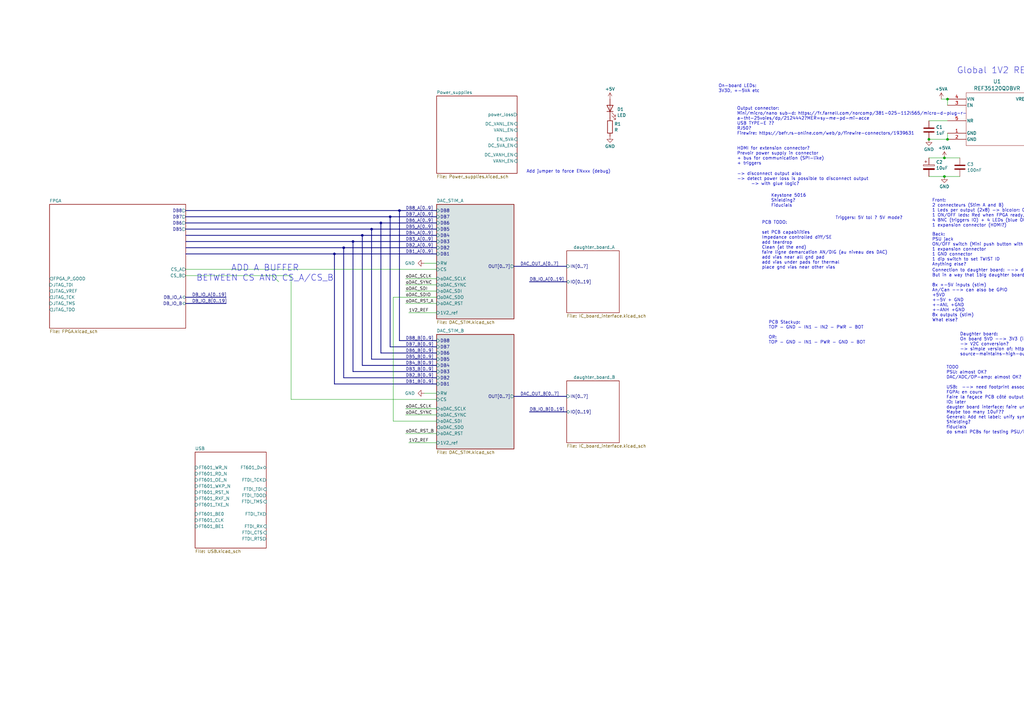
<source format=kicad_sch>
(kicad_sch (version 20250114) (generator "eeschema") (generator_version "9.0")
  (paper "A3")
  (lib_symbols
    (symbol "Device:C" (pin_numbers (hide yes)) (pin_names (offset 0.254))
      (property "Reference" "C" (at 0.635 2.54 0))
      (property "Value" "C" (at 0.635 -2.54 0))
      (symbol "C_0_1"
        (polyline (pts (xy -2.032 0.762) (xy 2.032 0.762)) (stroke (width 0.508)))
        (polyline (pts (xy -2.032 -0.762) (xy 2.032 -0.762)) (stroke (width 0.508)))
      )
      (symbol "C_1_1"
        (pin passive line (at 0 3.81 270) (length 2.794) (name "~") (number "1"))
        (pin passive line (at 0 -3.81 90) (length 2.794) (name "~") (number "2"))
      )
    )
    (symbol "Device:C_Polarized" (pin_numbers (hide yes)) (pin_names (offset 0.254))
      (property "Reference" "C" (at 0.635 2.54 0))
      (property "Value" "C_Polarized" (at 0.635 -2.54 0))
      (symbol "C_Polarized_0_1"
        (rectangle (start -2.286 0.508) (end 2.286 1.016))
        (polyline (pts (xy -1.778 2.286) (xy -0.762 2.286)))
        (polyline (pts (xy -1.27 2.794) (xy -1.27 1.778)))
        (rectangle (start 2.286 -0.508) (end -2.286 -1.016) (fill (type outline)))
      )
      (symbol "C_Polarized_1_1"
        (pin passive line (at 0 3.81 270) (length 2.794) (name "~") (number "1"))
        (pin passive line (at 0 -3.81 90) (length 2.794) (name "~") (number "2"))
      )
    )
    (symbol "Device:LED" (pin_numbers (hide yes)) (pin_names (offset 1.016) (hide yes))
      (property "Reference" "D" (at 0 2.54 0))
      (property "Value" "LED" (at 0 -2.54 0))
      (symbol "LED_0_1"
        (polyline (pts (xy -3.048 -0.762) (xy -4.572 -2.286) (xy -3.81 -2.286) (xy -4.572 -2.286) (xy -4.572 -1.524)))
        (polyline (pts (xy -1.778 -0.762) (xy -3.302 -2.286) (xy -2.54 -2.286) (xy -3.302 -2.286) (xy -3.302 -1.524)))
        (polyline (pts (xy -1.27 0) (xy 1.27 0)))
        (polyline (pts (xy -1.27 -1.27) (xy -1.27 1.27)) (stroke (width 0.254)))
        (polyline (pts (xy 1.27 -1.27) (xy 1.27 1.27) (xy -1.27 0) (xy 1.27 -1.27)) (stroke (width 0.254)))
      )
      (symbol "LED_1_1"
        (pin passive line (at -3.81 0 0) (length 2.54) (name "K") (number "1"))
        (pin passive line (at 3.81 0 180) (length 2.54) (name "A") (number "2"))
      )
    )
    (symbol "Device:R" (pin_numbers (hide yes)) (pin_names (offset 0))
      (property "Reference" "R" (at 2.032 0 90))
      (property "Value" "R" (at 0 0 90))
      (symbol "R_0_1"
        (rectangle (start -1.016 -2.54) (end 1.016 2.54) (stroke (width 0.254)))
      )
      (symbol "R_1_1"
        (pin passive line (at 0 3.81 270) (length 1.27) (name "~") (number "1"))
        (pin passive line (at 0 -3.81 90) (length 1.27) (name "~") (number "2"))
      )
    )
    (symbol "GND_1" (power) (pin_numbers (hide yes)) (pin_names (offset 0) (hide yes))
      (property "Value" "GND" (at 0 -3.81 0))
      (symbol "GND_1_0_1"
        (polyline (pts (xy 0 0) (xy 0 -1.27) (xy 1.27 -1.27) (xy 0 -2.54) (xy -1.27 -1.27) (xy 0 -1.27)))
      )
      (symbol "GND_1_1_1"
        (pin power_in line (at 0 0 270) (length 0) (name "~") (number "1"))
      )
    )
    (symbol "REF35125QDBVR:REF35300QDBVRQ1" (pin_names (offset 0.254))
      (property "Reference" "U20" (at 20.32 9.7737 0))
      (property "Value" "REF35300QDBVRQ1" (at 20.32 6.9409 0))
      (symbol "REF35300QDBVRQ1_0_1"
        (polyline (pts (xy 7.62 5.08) (xy 7.62 -16.51)) (stroke (width 0.127)))
        (polyline (pts (xy 7.62 -16.51) (xy 33.02 -16.51)) (stroke (width 0.127)))
        (polyline (pts (xy 33.02 5.08) (xy 7.62 5.08)) (stroke (width 0.127)))
        (polyline (pts (xy 33.02 -16.51) (xy 33.02 5.08)) (stroke (width 0.127)))
        (pin power_in line (at 0 2.54 0) (length 7.62) (name "VIN") (number "4"))
        (pin input line (at 0 0 0) (length 7.62) (name "EN") (number "3"))
        (pin output line (at 0 -6.35 0) (length 7.62) (name "NR") (number "5"))
        (pin power_out line (at 0 -11.43 0) (length 7.62) (name "GND") (number "1"))
        (pin power_out line (at 0 -13.97 0) (length 7.62) (name "GND") (number "2"))
        (pin output line (at 40.64 2.54 180) (length 7.62) (name "VREF") (number "6"))
      )
    )
    (symbol "power:+5VA" (power) (pin_names (offset 0))
      (property "Value" "+5VA" (at 0 3.556 0))
      (symbol "+5VA_0_1"
        (polyline (pts (xy -0.762 1.27) (xy 0 2.54)))
        (polyline (pts (xy 0 2.54) (xy 0.762 1.27)))
        (polyline (pts (xy 0 0) (xy 0 2.54)))
      )
      (symbol "+5VA_1_1"
        (pin power_in line (at 0 0 90) (length 0) (hide yes) (name "+5VA") (number "1"))
      )
    )
    (symbol "power:+5V_STARTUP" (power) (pin_names (offset 0))
      (property "Value" "+5V_STARTUP" (at 0 3.556 0))
      (symbol "+5V_STARTUP_0_1"
        (polyline (pts (xy -0.762 1.27) (xy 0 2.54)))
        (polyline (pts (xy 0 2.54) (xy 0.762 1.27)))
        (polyline (pts (xy 0 0) (xy 0 2.54)))
      )
      (symbol "+5V_STARTUP_1_1"
        (pin power_in line (at 0 0 90) (length 0) (hide yes) (name "+5V") (number "1"))
      )
    )
    (symbol "power:GND" (power) (pin_names (offset 0))
      (property "Value" "GND" (at 0 -3.81 0))
      (symbol "GND_0_1"
        (polyline (pts (xy 0 0) (xy 0 -1.27) (xy 1.27 -1.27) (xy 0 -2.54) (xy -1.27 -1.27) (xy 0 -1.27)))
      )
      (symbol "GND_1_1"
        (pin power_in line (at 0 0 270) (length 0) (hide yes) (name "GND") (number "1"))
      )
    )
  )
  (text "-> disconnect output also\n-> detect power loss is possible to disconnect output \n	 -> with glue logic? " (at 302.26 76.2 0) (effects (font (size 1.27 1.27)) (justify left bottom)))
  (text "Front: \n2 connecteurs (Stim A and B)\n1 Leds per output (2x8) -> bicolor: OFF/ON/COMBINED (515-1023-803)\n1 ON/OFF leds: Red when FPGA ready, blue when connected to pC or I2C RGB? :))\n4 BNC (triggers IO) + 4 LEDs (blue OUT, green IN)\n1 expansion connector (HDMI?)" (at 382.27 93.218 0) (effects (font (size 1.27 1.27)) (justify left bottom)))
  (text "Connection to daughter board: --> divided in two Connector, one digital, one analogue\nBut in a way that 1big daughter board can be connecter to 2 small ones?\n\n8x +-5V inputs (stim)\nAn/Can --> can also be GPIO\n+5VD\n+-5V + GND\n+-ANL +GND\n+-ANH +GND\n8x outputs (stim)\nWhat else?" (at 382.27 132.08 0) (effects (font (size 1.27 1.27)) (justify left bottom)))
  (text "On-board LEDs: \n3V3D, +-5VA etc" (at 294.64 38.1 0) (effects (font (size 1.27 1.27)) (justify left bottom)))
  (text "Global 1V2 REFERENCE" (at 392.43 30.48 0) (effects (font (size 2.56 2.56)) (justify left bottom)))
  (text "PCB TODO:\n\nset PCB capabilities\nImpedance controlled diff/SE\nadd teardrop\nClean (at the end)\nfaire ligne demarcation AN/DIG (au niveau des DAC)\nadd vias near all gnd pad\nadd vias under pads for thermal \nplace gnd vias near other vias" (at 312.42 110.49 0) (effects (font (size 1.27 1.27)) (justify left bottom)))
  (text "Add jumper to force ENxxx (debug)" (at 215.9 71.12 0) (effects (font (size 1.27 1.27)) (justify left bottom)))
  (text "Triggers: 5V tol ? 5V mode?" (at 342.646 90.17 0) (effects (font (size 1.27 1.27)) (justify left bottom)))
  (text "Output connector:\nMini/micro/nano sub-d: https://fr.farnell.com/norcomp/381-025-112l565/micro-d-plug-r-\na-tht-25voies/dp/2124442?MER=sy-me-pd-mi-acce\nUSB TYPE-E ??\nRJ50? \nFirewire: https://befr.rs-online.com/web/p/firewire-connectors/1939631\n\n\nHDMI for extension connector?\nPrevoir power supply in connector\n+ bus for communication (SPI-like)\n+ triggers \n\n" (at 302.26 69.85 0) (effects (font (size 1.27 1.27)) (justify left bottom)))
  (text "Keystone 5016\nShielding?\nFiducials" (at 316.23 85.09 0) (effects (font (size 1.27 1.27)) (justify left bottom)))
  (text "ADD A BUFFER\n BETWEEN CS AND CS_A/CS_B " (at 108.712 112.014 0) (effects (font (size 2.54 2.54))))
  (text "PCB Stackup:\nTOP - GND - IN1 - IN2 - PWR - BOT\n\nOR:\nTOP - GND - IN1 - PWR - GND - BOT" (at 315.214 141.224 0) (effects (font (size 1.27 1.27)) (justify left bottom)))
  (text "f-3db is about 3.3/2piRC\nsettling is about 14RC\nThe art of Elec p. 683 fig 9.95\nf-3db = 11Hz - settling = 0.67s" (at 422.91 71.12 0) (effects (font (size 1.27 1.27)) (justify left bottom)))
  (text "TODO\nPSU: almost OK? \nDAC/ADC/OP-amp: almost OK? --> NO, let's try with serial DACs & add shields!\n							--> ADD A BUFFER BETWEEN CS AND CS_A/CS_B (or any thing else for serial)\nUSB:  --> need footprint association\nFGPA: en cours\nFaire la façace PCB côté output\nIO: later\ndaugter board interface: faire une v1 pour tester\nMaybe too many 10uF??\nGeneral: Add net label; unify symboles; add footprints; add step files\nShielding?\nfiducials\ndo small PCBs for testing PSU/FGPA & USB/single DAC " (at 388.112 178.054 0) (effects (font (size 1.27 1.27)) (justify left bottom)))
  (text "Daughter board: \nOn board 5VD --> 3V3 (internal logic??)\n-> V2C conversion? \n-> simple version of: https://www.edn.com/bipolar-current-\nsource-maintains-high-output-impedance-at-high-frequencies/" (at 393.7 146.05 0) (effects (font (size 1.27 1.27)) (justify left bottom)))
  (text "Back: \nPSU jack\nON/OFF switch (Mini push button with latching?)\n1 expansion connector\n1 GND connector\n1 dip switch to set TWIST ID\nAnything else?\n" (at 382.27 109.22 0) (effects (font (size 1.27 1.27)) (justify left bottom)))
  (junction (at 137.16 104.14))
  (junction (at 160.02 88.9))
  (junction (at 381 57.15))
  (junction (at 429.26 40.64))
  (junction (at 450.85 48.26))
  (junction (at 450.85 40.64))
  (junction (at 156.21 91.44))
  (junction (at 388.62 40.64))
  (junction (at 140.97 101.6))
  (junction (at 388.62 57.15))
  (junction (at 163.83 86.36))
  (junction (at 148.59 96.52))
  (junction (at 144.78 99.06))
  (junction (at 387.35 72.39))
  (junction (at 387.35 64.77))
  (junction (at 152.4 93.98))
  (bus_entry (at 111.76 113.03) (size 2.54 2.54))
  (bus (pts (xy 148.59 96.52) (xy 148.59 149.86)))
  (bus (pts (xy 217.17 168.91) (xy 232.41 168.91)))
  (bus (pts (xy 210.82 109.22) (xy 232.41 109.22)))
  (bus (pts (xy 217.17 115.57) (xy 232.41 115.57)))
  (bus (pts (xy 76.2 104.14) (xy 137.16 104.14)))
  (wire (pts (xy 173.99 161.29) (xy 179.07 161.29)))
  (bus (pts (xy 160.02 142.24) (xy 160.02 88.9)))
  (wire (pts (xy 166.37 177.8) (xy 179.07 177.8)))
  (wire (pts (xy 381 57.15) (xy 388.62 57.15)))
  (wire (pts (xy 429.26 48.26) (xy 429.26 40.64)))
  (bus (pts (xy 76.2 86.36) (xy 163.83 86.36)))
  (bus (pts (xy 144.78 99.06) (xy 179.07 99.06)))
  (wire (pts (xy 76.2 110.49) (xy 179.07 110.49)))
  (wire (pts (xy 429.26 40.64) (xy 433.07 40.64)))
  (wire (pts (xy 166.37 116.84) (xy 179.07 116.84)))
  (wire (pts (xy 167.64 128.27) (xy 179.07 128.27)))
  (bus (pts (xy 160.02 88.9) (xy 179.07 88.9)))
  (wire (pts (xy 440.69 40.64) (xy 450.85 40.64)))
  (wire (pts (xy 387.35 64.77) (xy 393.7 64.77)))
  (bus (pts (xy 156.21 144.78) (xy 179.07 144.78)))
  (bus (pts (xy 140.97 101.6) (xy 179.07 101.6)))
  (wire (pts (xy 76.2 113.03) (xy 111.76 113.03)))
  (wire (pts (xy 166.37 170.18) (xy 179.07 170.18)))
  (wire (pts (xy 388.62 40.64) (xy 388.62 43.18)))
  (bus (pts (xy 152.4 93.98) (xy 179.07 93.98)))
  (bus (pts (xy 140.97 154.94) (xy 179.07 154.94)))
  (wire (pts (xy 119.38 113.03) (xy 119.38 163.83)))
  (wire (pts (xy 381 64.77) (xy 387.35 64.77)))
  (wire (pts (xy 179.07 163.83) (xy 119.38 163.83)))
  (wire (pts (xy 166.37 114.3) (xy 179.07 114.3)))
  (bus (pts (xy 76.2 91.44) (xy 156.21 91.44)))
  (bus (pts (xy 137.16 157.48) (xy 179.07 157.48)))
  (bus (pts (xy 137.16 104.14) (xy 137.16 157.48)))
  (bus (pts (xy 148.59 149.86) (xy 179.07 149.86)))
  (wire (pts (xy 387.35 72.39) (xy 393.7 72.39)))
  (wire (pts (xy 166.37 119.38) (xy 179.07 119.38)))
  (bus (pts (xy 137.16 104.14) (xy 179.07 104.14)))
  (wire (pts (xy 173.99 107.95) (xy 179.07 107.95)))
  (wire (pts (xy 381 72.39) (xy 387.35 72.39)))
  (bus (pts (xy 163.83 139.7) (xy 179.07 139.7)))
  (bus (pts (xy 156.21 91.44) (xy 179.07 91.44)))
  (bus (pts (xy 76.2 121.92) (xy 92.71 121.92)))
  (wire (pts (xy 388.62 54.61) (xy 388.62 57.15)))
  (bus (pts (xy 76.2 99.06) (xy 144.78 99.06)))
  (bus (pts (xy 152.4 147.32) (xy 152.4 93.98)))
  (bus (pts (xy 160.02 142.24) (xy 179.07 142.24)))
  (wire (pts (xy 440.69 48.26) (xy 450.85 48.26)))
  (wire (pts (xy 179.07 121.92) (xy 161.29 121.92)))
  (wire (pts (xy 161.29 121.92) (xy 161.29 172.72)))
  (wire (pts (xy 161.29 172.72) (xy 179.07 172.72)))
  (wire (pts (xy 450.85 40.64) (xy 463.55 40.64)))
  (wire (pts (xy 386.08 40.64) (xy 388.62 40.64)))
  (bus (pts (xy 76.2 101.6) (xy 140.97 101.6)))
  (bus (pts (xy 144.78 152.4) (xy 179.07 152.4)))
  (wire (pts (xy 381 49.53) (xy 388.62 49.53)))
  (bus (pts (xy 76.2 124.46) (xy 92.71 124.46)))
  (wire (pts (xy 166.37 124.46) (xy 179.07 124.46)))
  (bus (pts (xy 163.83 139.7) (xy 163.83 86.36)))
  (bus (pts (xy 179.07 86.36) (xy 163.83 86.36)))
  (bus (pts (xy 152.4 147.32) (xy 179.07 147.32)))
  (bus (pts (xy 76.2 96.52) (xy 148.59 96.52)))
  (wire (pts (xy 433.07 48.26) (xy 429.26 48.26)))
  (wire (pts (xy 167.64 181.61) (xy 179.07 181.61)))
  (bus (pts (xy 148.59 96.52) (xy 179.07 96.52)))
  (bus (pts (xy 156.21 144.78) (xy 156.21 91.44)))
  (bus (pts (xy 140.97 101.6) (xy 140.97 154.94)))
  (bus (pts (xy 144.78 99.06) (xy 144.78 152.4)))
  (wire (pts (xy 111.76 113.03) (xy 119.38 113.03)))
  (wire (pts (xy 166.37 167.64) (xy 179.07 167.64)))
  (bus (pts (xy 76.2 93.98) (xy 152.4 93.98)))
  (bus (pts (xy 210.82 162.56) (xy 232.41 162.56)))
  (bus (pts (xy 76.2 88.9) (xy 160.02 88.9)))
  (label "oDAC_SCLK" (at 166.37 167.64 0))
  (label "oDAC_SDI" (at 166.37 119.38 0))
  (label "DB1_B[0..9]" (at 166.37 157.48 0))
  (label "DB3_B[0..9]" (at 166.37 152.4 0))
  (label "DB5_B[0..9]" (at 166.37 147.32 0))
  (label "oDAC_RST_B" (at 166.37 177.8 0))
  (label "DB4_B[0..9]" (at 166.37 149.86 0))
  (label "DB_IO_B[0..19]" (at 78.74 124.46 0))
  (label "1V2_REF" (at 167.64 128.27 0))
  (label "DB5_A[0..9]" (at 166.37 93.98 0))
  (label "DB2_B[0..9]" (at 166.37 154.94 0))
  (label "DB8_A[0..9]" (at 166.37 86.36 0))
  (label "DB7_B[0..9]" (at 166.37 142.24 0))
  (label "1V2_REF" (at 455.93 40.64 0))
  (label "DB4_A[0..9]" (at 166.37 96.52 0))
  (label "DB_IO_A[0..19]" (at 217.17 115.57 0))
  (label "oDAC_RST_A" (at 166.37 124.46 0))
  (label "DB7_A[0..9]" (at 166.37 88.9 0))
  (label "oDAC_SDIO" (at 166.37 121.92 0))
  (label "DAC_OUT_B[0..7]" (at 213.36 162.56 0))
  (label "oDAC_SYNC" (at 166.37 170.18 0))
  (label "DB_IO_B[0..19]" (at 217.17 168.91 0))
  (label "DB3_A[0..9]" (at 166.37 99.06 0))
  (label "DAC_OUT_A[0..7]" (at 213.36 109.22 0))
  (label "1V2_REF" (at 167.64 181.61 0))
  (label "DB_IO_A[0..19]" (at 78.74 121.92 0))
  (label "oDAC_SYNC" (at 166.37 116.84 0))
  (label "DB1_A[0..9]" (at 166.37 104.14 0))
  (label "DB2_A[0..9]" (at 166.37 101.6 0))
  (label "DB6_B[0..9]" (at 166.37 144.78 0))
  (label "DB6_A[0..9]" (at 166.37 91.44 0))
  (label "DB8_B[0..9]" (at 166.37 139.7 0))
  (label "oDAC_SCLK" (at 166.37 114.3 0))
  (symbol (lib_id "Device:C_Polarized") (at 450.85 52.07 0) (unit 1)
    (property "Reference" "C5" (at 448.31 53.2242 0) (effects (justify right)))
    (property "Value" "2.2uF" (at 448.31 50.8 0) (effects (justify right)))
    (property "Footprint" "Capacitor_Tantalum_SMD:CP_EIA-3528-21_Kemet-B" (effects (hide yes)))
  )
  (symbol (lib_id "Device:C") (at 393.7 68.58 180) (unit 1)
    (property "Reference" "C3" (at 396.621 67.3679 0) (effects (justify right)))
    (property "Value" "100nF" (at 396.621 69.7921 0) (effects (justify right)))
    (property "Footprint" "Capacitor_SMD:C_0402_1005Metric" (effects (hide yes)))
  )
  (symbol (lib_id "power:+5VA") (at 386.08 40.64 0) (unit 1)
    (property "Reference" "#PWR04" (effects (hide yes)))
    (property "Value" "+5VA" (at 386.08 36.5069 0))
  )
  (symbol (lib_id "power:+5V_STARTUP") (at 250.19 40.64 0) (unit 1)
    (property "Reference" "#PWR01" (effects (hide yes)))
    (property "Value" "+5V" (at 250.19 36.5069 0))
  )
  (symbol (lib_id "power:+5VA") (at 387.35 64.77 0) (unit 1)
    (property "Reference" "#PWR05" (effects (hide yes)))
    (property "Value" "+5VA" (at 387.35 60.6369 0))
  )
  (symbol (lib_id "Device:C") (at 381 53.34 0) (unit 1)
    (property "Reference" "C1" (at 383.921 52.1279 0) (effects (justify left)))
    (property "Value" "1uF" (at 383.921 54.5521 0) (effects (justify left)))
    (property "Footprint" "Capacitor_SMD:C_0603_1608Metric" (effects (hide yes)))
  )
  (symbol (lib_id "power:GND") (at 450.85 55.88 0) (unit 1)
    (property "Reference" "#PWR07" (effects (hide yes)))
    (property "Value" "GND" (at 450.85 60.0131 0))
  )
  (symbol (lib_id "Device:R") (at 436.88 40.64 90) (unit 1)
    (property "Reference" "R2" (at 436.88 35.4797 90))
    (property "Value" "22k" (at 436.88 37.9039 90))
  )
  (symbol (lib_id "REF35125QDBVR:REF35300QDBVRQ1") (at 388.62 43.18 0) (unit 1)
    (property "Reference" "U1" (at 408.94 33.4063 0) (effects (font (size 1.524 1.524))))
    (property "Value" "REF35120QDBVR" (at 408.94 36.2391 0) (effects (font (size 1.524 1.524))))
    (property "Datasheet" "REF35300QDBVRQ1" (effects (hide yes)))
  )
  (symbol (lib_id "Device:LED") (at 250.19 44.45 90) (unit 1)
    (property "Reference" "D1" (at 253.111 44.8254 90) (effects (justify right)))
    (property "Value" "LED" (at 253.111 47.2496 90) (effects (justify right)))
  )
  (symbol (lib_id "Device:C_Polarized") (at 381 68.58 0) (unit 1)
    (property "Reference" "C2" (at 383.921 66.4789 0) (effects (justify left)))
    (property "Value" "10uF" (at 383.921 68.9031 0) (effects (justify left)))
    (property "Footprint" "Capacitor_Tantalum_SMD:CP_EIA-3528-21_Kemet-B" (effects (hide yes)))
  )
  (symbol (lib_id "Device:R") (at 436.88 48.26 90) (unit 1)
    (property "Reference" "R3" (at 436.88 43.0997 90))
    (property "Value" "22k" (at 436.88 45.5239 90))
  )
  (symbol (lib_id "power:GND") (at 387.35 72.39 0) (unit 1)
    (property "Reference" "#PWR06" (effects (hide yes)))
    (property "Value" "GND" (at 387.35 76.5231 0))
  )
  (symbol (lib_id "power:GND") (at 250.19 55.88 0) (unit 1)
    (property "Reference" "#PWR02" (effects (hide yes)))
    (property "Value" "GND" (at 250.19 60.0131 0))
  )
  (symbol (lib_id "Device:C_Polarized") (at 450.85 44.45 0) (unit 1)
    (property "Reference" "C4" (at 448.31 45.6042 0) (effects (justify right)))
    (property "Value" "2.2uF" (at 448.31 43.18 0) (effects (justify right)))
    (property "Footprint" "Capacitor_Tantalum_SMD:CP_EIA-3528-21_Kemet-B" (effects (hide yes)))
  )
  (symbol (lib_name "GND_1") (lib_id "power:GND") (at 173.99 107.95 270) (unit 1)
    (property "Reference" "#PWR0677" (effects (hide yes)))
    (property "Value" "GND" (at 170.18 107.9499 90) (effects (justify right)))
    (property "Description" "Power symbol creates a global label with name \"GND\" , ground" (effects (hide yes)))
  )
  (symbol (lib_name "GND_1") (lib_id "power:GND") (at 173.99 161.29 270) (unit 1)
    (property "Reference" "#PWR0676" (effects (hide yes)))
    (property "Value" "GND" (at 170.18 161.2899 90) (effects (justify right)))
    (property "Description" "Power symbol creates a global label with name \"GND\" , ground" (effects (hide yes)))
  )
  (symbol (lib_id "power:GND") (at 381 57.15 0) (unit 1)
    (property "Reference" "#PWR03" (effects (hide yes)))
    (property "Value" "GND" (at 381 61.2831 0))
  )
  (symbol (lib_id "Device:R") (at 250.19 52.07 0) (unit 1)
    (property "Reference" "R1" (at 251.968 50.8579 0) (effects (justify left)))
    (property "Value" "R" (at 251.968 53.2821 0) (effects (justify left)))
  )
  (sheet (at 179.07 137.16) (size 31.75 46.99) (stroke (width 0.25)) (fill (color 0 72 72 0.1500))
    (property "Sheetname" "DAC_STIM_B" (at 179.07 136.3996 0) (effects (justify left bottom)))
    (property "Sheetfile" "DAC_STIM.kicad_sch" (at 179.07 184.7834 0) (effects (justify left top)))
    (pin "1V2_ref" input (at 179.07 181.61 180))
    (pin "oDAC_SDO" output (at 179.07 175.26 180))
    (pin "oDAC_RST" input (at 179.07 177.8 180))
    (pin "oDAC_SCLK" input (at 179.07 167.64 180))
    (pin "oDAC_SYNC" input (at 179.07 170.18 180))
    (pin "oDAC_SDI" input (at 179.07 172.72 180))
    (pin "DB8" input (at 179.07 139.7 180))
    (pin "DB1" input (at 179.07 157.48 180))
    (pin "DB6" input (at 179.07 144.78 180))
    (pin "DB5" input (at 179.07 147.32 180))
    (pin "OUT[0..7]" output (at 210.82 162.56 0))
    (pin "DB7" input (at 179.07 142.24 180))
    (pin "DB4" input (at 179.07 149.86 180))
    (pin "DB2" input (at 179.07 154.94 180))
    (pin "DB3" input (at 179.07 152.4 180))
    (pin "CS" input (at 179.07 163.83 180))
    (pin "RW" input (at 179.07 161.29 180))
  )
  (sheet (at 80.01 185.42) (size 29.21 39.37) (stroke (width 0.1524))
    (property "Sheetname" "USB" (at 80.01 184.7084 0) (effects (justify left bottom)))
    (property "Sheetfile" "USB.kicad_sch" (at 80.01 225.3746 0) (effects (justify left top)))
    (pin "FT601_WR_N" input (at 80.01 191.77 180))
    (pin "FT601_RD_N" input (at 80.01 194.31 180))
    (pin "FT601_OE_N" input (at 80.01 196.85 180))
    (pin "FT601_WKP_N" input (at 80.01 199.39 180))
    (pin "FT601_RST_N" input (at 80.01 201.93 180))
    (pin "FT601_RXF_N" input (at 80.01 204.47 180))
    (pin "FT601_TXE_N" input (at 80.01 207.01 180))
    (pin "FT601_BE0" input (at 80.01 210.82 180))
    (pin "FT601_CLK" input (at 80.01 213.36 180))
    (pin "FT601_Dx" bidirectional (at 109.22 191.77 0))
    (pin "FTDI_RX" input (at 109.22 215.9 0))
    (pin "FTDI_CTS" input (at 109.22 218.44 0))
    (pin "FTDI_RTS" output (at 109.22 220.98 0))
    (pin "FTDI_TX" output (at 109.22 210.82 0))
    (pin "FTDI_TCK" output (at 109.22 196.85 0))
    (pin "FTDI_TDI" input (at 109.22 200.66 0))
    (pin "FTDI_TDO" output (at 109.22 203.2 0))
    (pin "FTDI_TMS" input (at 109.22 205.74 0))
    (pin "FT601_BE1" input (at 80.01 215.9 180))
  )
  (sheet (at 232.41 102.87) (size 21.59 25.4) (stroke (width 0.1524))
    (property "Sheetname" "daughter_board_A" (at 235.204 102.108 0) (effects (justify left bottom)))
    (property "Sheetfile" "IC_board_interface.kicad_sch" (at 232.41 128.8546 0) (effects (justify left top)))
    (pin "IN[0..7]" input (at 232.41 109.22 180))
    (pin "IO[0..19]" bidirectional (at 232.41 115.57 180))
  )
  (sheet (at 179.07 39.37) (size 33.02 31.75) (stroke (width 0.1524))
    (property "Sheetname" "Power_supplies" (at 179.07 38.6584 0) (effects (justify left bottom)))
    (property "Sheetfile" "Power_supplies.kicad_sch" (at 179.07 71.7046 0) (effects (justify left top)))
    (pin "power_loss" output (at 212.09 46.99 0))
    (pin "DC_VANL_EN" input (at 212.09 50.8 0))
    (pin "VANL_EN" input (at 212.09 53.34 0))
    (pin "EN_5VA" input (at 212.09 57.15 0))
    (pin "DC_5VA_EN" input (at 212.09 59.69 0))
    (pin "DC_VANH_EN" input (at 212.09 63.5 0))
    (pin "VANH_EN" input (at 212.09 66.04 0))
  )
  (sheet (at 232.41 156.21) (size 21.59 25.4) (stroke (width 0.1524))
    (property "Sheetname" "daughter_board_B" (at 235.204 155.448 0) (effects (justify left bottom)))
    (property "Sheetfile" "IC_board_interface.kicad_sch" (at 232.41 182.1946 0) (effects (justify left top)))
    (pin "IN[0..7]" input (at 232.41 162.56 180))
    (pin "IO[0..19]" bidirectional (at 232.41 168.91 180))
  )
  (sheet (at 20.32 83.82) (size 55.88 50.8) (stroke (width 0.1524))
    (property "Sheetname" "FPGA" (at 20.32 83.1084 0) (effects (justify left bottom)))
    (property "Sheetfile" "FPGA.kicad_sch" (at 20.32 135.2046 0) (effects (justify left top)))
    (pin "JTAG_TDO" output (at 20.32 127 180))
    (pin "JTAG_TMS" input (at 20.32 124.46 180))
    (pin "JTAG_TCK" output (at 20.32 121.92 180))
    (pin "JTAG_VREF" output (at 20.32 119.38 180))
    (pin "JTAG_TDI" input (at 20.32 116.84 180))
    (pin "FPGA_P_GOOD" output (at 20.32 114.3 180))
    (pin "DB8" output (at 76.2 86.36 0))
    (pin "DB7" output (at 76.2 88.9 0))
    (pin "DB6" output (at 76.2 91.44 0))
    (pin "CS_A" output (at 76.2 110.49 0))
    (pin "CS_B" output (at 76.2 113.03 0))
    (pin "DB_IO_A" bidirectional (at 76.2 121.92 0))
    (pin "DB_IO_B" bidirectional (at 76.2 124.46 0))
    (pin "DB5" output (at 76.2 93.98 0))
  )
  (sheet (at 179.07 83.82) (size 31.75 46.99) (stroke (width 0.25)) (fill (color 0 72 72 0.1500))
    (property "Sheetname" "DAC_STIM_A" (at 179.07 83.0596 0) (effects (justify left bottom)))
    (property "Sheetfile" "DAC_STIM.kicad_sch" (at 179.07 131.4434 0) (effects (justify left top)))
    (pin "1V2_ref" input (at 179.07 128.27 180))
    (pin "oDAC_SDO" output (at 179.07 121.92 180))
    (pin "oDAC_RST" input (at 179.07 124.46 180))
    (pin "oDAC_SCLK" input (at 179.07 114.3 180))
    (pin "oDAC_SYNC" input (at 179.07 116.84 180))
    (pin "oDAC_SDI" input (at 179.07 119.38 180))
    (pin "DB8" input (at 179.07 86.36 180))
    (pin "DB1" input (at 179.07 104.14 180))
    (pin "DB6" input (at 179.07 91.44 180))
    (pin "DB5" input (at 179.07 93.98 180))
    (pin "OUT[0..7]" output (at 210.82 109.22 0))
    (pin "DB7" input (at 179.07 88.9 180))
    (pin "DB4" input (at 179.07 96.52 180))
    (pin "DB2" input (at 179.07 101.6 180))
    (pin "DB3" input (at 179.07 99.06 180))
    (pin "CS" input (at 179.07 110.49 180))
    (pin "RW" input (at 179.07 107.95 180))
  )
)
</source>
